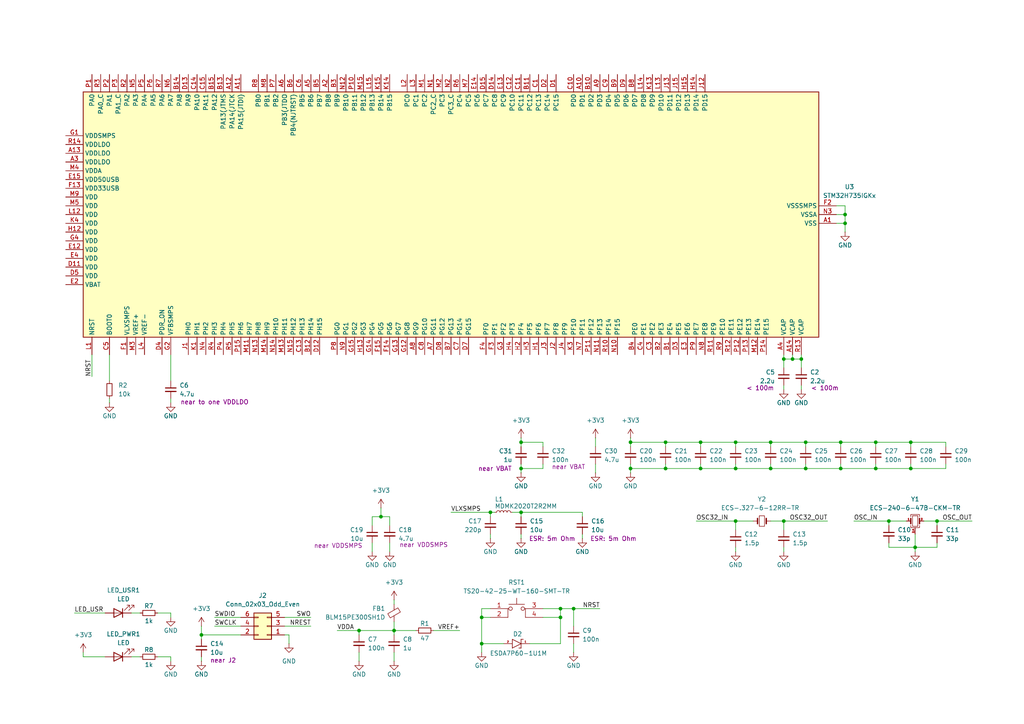
<source format=kicad_sch>
(kicad_sch (version 20231120) (generator "eeschema") (generator_version "8.0")
  (paper "A4")
  (lib_symbols
    (symbol "Connector_Generic:Conn_02x03_Odd_Even" (pin_names (offset 1.016) hide)
      (property "Reference" "J" (at 1.27 5.08 0))
      (property "Value" "Conn_02x03_Odd_Even" (at 1.27 -5.08 0))
      (symbol "Conn_02x03_Odd_Even_1_1"
        (pin passive line (at -5.08 2.54 0) (length 3.81) (name "Pin_1") (number "1"))
        (pin passive line (at 7.62 2.54 180) (length 3.81) (name "Pin_2") (number "2"))
        (pin passive line (at -5.08 0 0) (length 3.81) (name "Pin_3") (number "3"))
        (pin passive line (at 7.62 0 180) (length 3.81) (name "Pin_4") (number "4"))
        (pin passive line (at -5.08 -2.54 0) (length 3.81) (name "Pin_5") (number "5"))
        (pin passive line (at 7.62 -2.54 180) (length 3.81) (name "Pin_6") (number "6"))
      )
    )
    (symbol "Device:C_Small" (pin_numbers hide) (pin_names (offset 0.254) hide)
      (property "Reference" "C" (at 0.254 1.778 0))
      (property "Value" "C_Small" (at 0.254 -2.032 0))
      (symbol "C_Small_1_1"
        (pin passive line (at 0 2.54 270) (length 2.032) (name "~") (number "1"))
        (pin passive line (at 0 -2.54 90) (length 2.032) (name "~") (number "2"))
      )
    )
    (symbol "Device:Crystal_Small" (pin_numbers hide) (pin_names (offset 1.016) hide)
      (property "Reference" "Y" (at 0 2.54 0))
      (property "Value" "Crystal_Small" (at 0 -2.54 0))
      (symbol "Crystal_Small_1_1"
        (pin passive line (at -2.54 0 0) (length 1.27) (name "1") (number "1"))
        (pin passive line (at 2.54 0 180) (length 1.27) (name "2") (number "2"))
      )
    )
    (symbol "Device:FerriteBead_Small" (pin_numbers hide) (pin_names (offset 0))
      (property "Reference" "FB" (at 1.905 1.27 0))
      (property "Value" "FerriteBead_Small" (at 1.905 -1.27 0))
      (symbol "FerriteBead_Small_1_1"
        (pin passive line (at 0 2.54 270) (length 1.27) (name "~") (number "1"))
        (pin passive line (at 0 -2.54 90) (length 1.27) (name "~") (number "2"))
      )
    )
    (symbol "Device:LED" (pin_numbers hide) (pin_names (offset 1.016) hide)
      (property "Reference" "D" (at 0 2.54 0))
      (property "Value" "LED" (at 0 -2.54 0))
      (symbol "LED_1_1"
        (pin passive line (at -3.81 0 0) (length 2.54) (name "K") (number "1"))
        (pin passive line (at 3.81 0 180) (length 2.54) (name "A") (number "2"))
      )
    )
    (symbol "Device:L_Small" (pin_numbers hide) (pin_names (offset 0.254) hide)
      (property "Reference" "L" (at 0.762 1.016 0))
      (property "Value" "L_Small" (at 0.762 -1.016 0))
      (symbol "L_Small_1_1"
        (pin passive line (at 0 2.54 270) (length 0.508) (name "~") (number "1"))
        (pin passive line (at 0 -2.54 90) (length 0.508) (name "~") (number "2"))
      )
    )
    (symbol "Device:R_Small" (pin_numbers hide) (pin_names (offset 0.254) hide)
      (property "Reference" "R" (at 0.762 0.508 0))
      (property "Value" "R_Small" (at 0.762 -1.016 0))
      (symbol "R_Small_1_1"
        (pin passive line (at 0 2.54 270) (length 0.762) (name "~") (number "1"))
        (pin passive line (at 0 -2.54 90) (length 0.762) (name "~") (number "2"))
      )
    )
    (symbol "MCU_ST_STM32H7:STM32H735IGKx"
      (property "Reference" "U" (at -35.56 107.95 0))
      (property "Value" "STM32H735IGKx" (at 25.4 107.95 0))
      (symbol "STM32H735IGKx_1_1"
        (pin power_in line (at -2.54 -111.76 90) (length 5.08) (name "VSS") (number "A1"))
        (pin bidirectional line (at 40.64 -38.1 180) (length 5.08) (name "PD1") (number "A10"))
        (pin bidirectional line (at 40.64 60.96 180) (length 5.08) (name "PA15(JTDI)") (number "A11"))
        (pin bidirectional line (at 40.64 63.5 180) (length 5.08) (name "PA14(JTCK") (number "A12"))
        (pin power_in line (at 17.78 111.76 270) (length 5.08) (name "VDDLDO") (number "A13"))
        (pin power_out line (at -40.64 -99.06 0) (length 5.08) (name "VCAP") (number "A14"))
        (pin passive line (at -2.54 -111.76 90) (length 5.08) hide (name "VSS") (number "A15"))
        (pin bidirectional line (at 40.64 35.56 180) (length 5.08) (name "PB8") (number "A2"))
        (pin power_in line (at 15.24 111.76 270) (length 5.08) (name "VDDLDO") (number "A3"))
        (pin power_out line (at -40.64 -96.52 0) (length 5.08) (name "VCAP") (number "A4"))
        (pin bidirectional line (at 40.64 40.64 180) (length 5.08) (name "PB6") (number "A5"))
        (pin bidirectional line (at 40.64 48.26 180) (length 5.08) (name "PB3(JTDO") (number "A6"))
        (pin bidirectional line (at -40.64 5.08 0) (length 5.08) (name "PG11") (number "A7"))
        (pin bidirectional line (at -40.64 10.16 0) (length 5.08) (name "PG9") (number "A8"))
        (pin bidirectional line (at 40.64 -43.18 180) (length 5.08) (name "PD3") (number "A9"))
        (pin bidirectional line (at -40.64 -63.5 0) (length 5.08) (name "PE4") (number "B1"))
        (pin bidirectional line (at 40.64 -40.64 180) (length 5.08) (name "PD2") (number "B10"))
        (pin bidirectional line (at 40.64 -22.86 180) (length 5.08) (name "PC12") (number "B11"))
        (pin bidirectional line (at -40.64 40.64 0) (length 5.08) (name "PH14") (number "B12"))
        (pin bidirectional line (at 40.64 66.04 180) (length 5.08) (name "PA13(JTMS") (number "B13"))
        (pin bidirectional line (at 40.64 78.74 180) (length 5.08) (name "PA8") (number "B14"))
        (pin bidirectional line (at 40.64 68.58 180) (length 5.08) (name "PA12") (number "B15"))
        (pin bidirectional line (at -40.64 -60.96 0) (length 5.08) (name "PE3") (number "B2"))
        (pin bidirectional line (at 40.64 33.02 180) (length 5.08) (name "PB9") (number "B3"))
        (pin bidirectional line (at -40.64 -53.34 0) (length 5.08) (name "PE0") (number "B4"))
        (pin bidirectional line (at 40.64 38.1 180) (length 5.08) (name "PB7") (number "B5"))
        (pin bidirectional line (at 40.64 45.72 180) (length 5.08) (name "PB4(NJTRST)") (number "B6"))
        (pin bidirectional line (at -40.64 0 0) (length 5.08) (name "PG13") (number "B7"))
        (pin bidirectional line (at 40.64 -53.34 180) (length 5.08) (name "PD7") (number "B8"))
        (pin bidirectional line (at 40.64 -48.26 180) (length 5.08) (name "PD5") (number "B9"))
        (pin bidirectional line (at 40.64 -25.4 180) (length 5.08) (name "PC13") (number "C1"))
        (pin bidirectional line (at 40.64 -35.56 180) (length 5.08) (name "PD0") (number "C10"))
        (pin bidirectional line (at 40.64 -20.32 180) (length 5.08) (name "PC11") (number "C11"))
        (pin bidirectional line (at 40.64 -17.78 180) (length 5.08) (name "PC10") (number "C12"))
        (pin bidirectional line (at -40.64 43.18 0) (length 5.08) (name "PH13") (number "C13"))
        (pin bidirectional line (at 40.64 73.66 180) (length 5.08) (name "PA10") (number "C14"))
        (pin bidirectional line (at 40.64 71.12 180) (length 5.08) (name "PA11") (number "C15"))
        (pin passive line (at -2.54 -111.76 90) (length 5.08) hide (name "VSS") (number "C2"))
        (pin bidirectional line (at -40.64 -58.42 0) (length 5.08) (name "PE2") (number "C3"))
        (pin bidirectional line (at -40.64 -55.88 0) (length 5.08) (name "PE1") (number "C4"))
        (pin input line (at -40.64 99.06 0) (length 5.08) (name "BOOT0") (number "C5"))
        (pin bidirectional line (at 40.64 43.18 180) (length 5.08) (name "PB5") (number "C6"))
        (pin bidirectional line (at -40.64 -2.54 0) (length 5.08) (name "PG14") (number "C7"))
        (pin bidirectional line (at -40.64 7.62 0) (length 5.08) (name "PG10") (number "C8"))
        (pin bidirectional line (at 40.64 -45.72 180) (length 5.08) (name "PD4") (number "C9"))
        (pin bidirectional line (at 40.64 -30.48 180) (length 5.08) (name "PC15") (number "D1"))
        (pin passive line (at -2.54 -111.76 90) (length 5.08) hide (name "VSS") (number "D10"))
        (pin power_in line (at -15.24 111.76 270) (length 5.08) (name "VDD") (number "D11"))
        (pin bidirectional line (at -40.64 38.1 0) (length 5.08) (name "PH15") (number "D12"))
        (pin bidirectional line (at 40.64 76.2 180) (length 5.08) (name "PA9") (number "D13"))
        (pin bidirectional line (at 40.64 -12.7 180) (length 5.08) (name "PC8") (number "D14"))
        (pin bidirectional line (at 40.64 -10.16 180) (length 5.08) (name "PC7") (number "D15"))
        (pin bidirectional line (at 40.64 -27.94 180) (length 5.08) (name "PC14") (number "D2"))
        (pin bidirectional line (at -40.64 -66.04 0) (length 5.08) (name "PE5") (number "D3"))
        (pin input line (at -40.64 83.82 0) (length 5.08) (name "PDR_ON") (number "D4"))
        (pin power_in line (at -17.78 111.76 270) (length 5.08) (name "VDD") (number "D5"))
        (pin passive line (at -2.54 -111.76 90) (length 5.08) hide (name "VSS") (number "D6"))
        (pin bidirectional line (at -40.64 -5.08 0) (length 5.08) (name "PG15") (number "D7"))
        (pin bidirectional line (at -40.64 2.54 0) (length 5.08) (name "PG12") (number "D8"))
        (pin bidirectional line (at 40.64 -50.8 180) (length 5.08) (name "PD6") (number "D9"))
        (pin passive line (at -2.54 -111.76 90) (length 5.08) hide (name "VSS") (number "E1"))
        (pin power_in line (at -10.16 111.76 270) (length 5.08) (name "VDD") (number "E12"))
        (pin bidirectional line (at 40.64 -15.24 180) (length 5.08) (name "PC9") (number "E13"))
        (pin bidirectional line (at 40.64 -7.62 180) (length 5.08) (name "PC6") (number "E14"))
        (pin power_in line (at 10.16 111.76 270) (length 5.08) (name "VDD50USB") (number "E15"))
        (pin power_in line (at -20.32 111.76 270) (length 5.08) (name "VBAT") (number "E2"))
        (pin bidirectional line (at -40.64 -68.58 0) (length 5.08) (name "PE6") (number "E3"))
        (pin power_in line (at -12.7 111.76 270) (length 5.08) (name "VDD") (number "E4"))
        (pin power_in line (at -40.64 93.98 0) (length 5.08) (name "VLXSMPS") (number "F1"))
        (pin passive line (at -2.54 -111.76 90) (length 5.08) hide (name "VSS") (number "F10"))
        (pin passive line (at -2.54 -111.76 90) (length 5.08) hide (name "VSS") (number "F12"))
        (pin power_in line (at 7.62 111.76 270) (length 5.08) (name "VDD33USB") (number "F13"))
        (pin bidirectional line (at -40.64 17.78 0) (length 5.08) (name "PG6") (number "F14"))
        (pin bidirectional line (at -40.64 20.32 0) (length 5.08) (name "PG5") (number "F15"))
        (pin power_in line (at 2.54 -111.76 90) (length 5.08) (name "VSSSMPS") (number "F2"))
        (pin bidirectional line (at -40.64 -12.7 0) (length 5.08) (name "PF1") (number "F3"))
        (pin bidirectional line (at -40.64 -10.16 0) (length 5.08) (name "PF0") (number "F4"))
        (pin passive line (at -2.54 -111.76 90) (length 5.08) hide (name "VSS") (number "F6"))
        (pin passive line (at -2.54 -111.76 90) (length 5.08) hide (name "VSS") (number "F7"))
        (pin passive line (at -2.54 -111.76 90) (length 5.08) hide (name "VSS") (number "F8"))
        (pin passive line (at -2.54 -111.76 90) (length 5.08) hide (name "VSS") (number "F9"))
        (pin power_in line (at 22.86 111.76 270) (length 5.08) (name "VDDSMPS") (number "G1"))
        (pin passive line (at -2.54 -111.76 90) (length 5.08) hide (name "VSS") (number "G10"))
        (pin bidirectional line (at -40.64 12.7 0) (length 5.08) (name "PG8") (number "G12"))
        (pin bidirectional line (at -40.64 15.24 0) (length 5.08) (name "PG7") (number "G13"))
        (pin bidirectional line (at -40.64 22.86 0) (length 5.08) (name "PG4") (number "G14"))
        (pin bidirectional line (at -40.64 27.94 0) (length 5.08) (name "PG2") (number "G15"))
        (pin input line (at -40.64 81.28 0) (length 5.08) (name "VFBSMPS") (number "G2"))
        (pin bidirectional line (at -40.64 -15.24 0) (length 5.08) (name "PF2") (number "G3"))
        (pin power_in line (at -7.62 111.76 270) (length 5.08) (name "VDD") (number "G4"))
        (pin passive line (at -2.54 -111.76 90) (length 5.08) hide (name "VSS") (number "G6"))
        (pin passive line (at -2.54 -111.76 90) (length 5.08) hide (name "VSS") (number "G7"))
        (pin passive line (at -2.54 -111.76 90) (length 5.08) hide (name "VSS") (number "G8"))
        (pin passive line (at -2.54 -111.76 90) (length 5.08) hide (name "VSS") (number "G9"))
        (pin bidirectional line (at -40.64 -25.4 0) (length 5.08) (name "PF6") (number "H1"))
        (pin passive line (at -2.54 -111.76 90) (length 5.08) hide (name "VSS") (number "H10"))
        (pin power_in line (at -5.08 111.76 270) (length 5.08) (name "VDD") (number "H12"))
        (pin bidirectional line (at -40.64 25.4 0) (length 5.08) (name "PG3") (number "H13"))
        (pin bidirectional line (at 40.64 -71.12 180) (length 5.08) (name "PD14") (number "H14"))
        (pin bidirectional line (at 40.64 -68.58 180) (length 5.08) (name "PD13") (number "H15"))
        (pin bidirectional line (at -40.64 -20.32 0) (length 5.08) (name "PF4") (number "H2"))
        (pin bidirectional line (at -40.64 -22.86 0) (length 5.08) (name "PF5") (number "H3"))
        (pin bidirectional line (at -40.64 -17.78 0) (length 5.08) (name "PF3") (number "H4"))
        (pin passive line (at -2.54 -111.76 90) (length 5.08) hide (name "VSS") (number "H6"))
        (pin passive line (at -2.54 -111.76 90) (length 5.08) hide (name "VSS") (number "H7"))
        (pin passive line (at -2.54 -111.76 90) (length 5.08) hide (name "VSS") (number "H8"))
        (pin passive line (at -2.54 -111.76 90) (length 5.08) hide (name "VSS") (number "H9"))
        (pin bidirectional line (at -40.64 76.2 0) (length 5.08) (name "PH0") (number "J1"))
        (pin passive line (at -2.54 -111.76 90) (length 5.08) hide (name "VSS") (number "J10"))
        (pin bidirectional line (at 40.64 -73.66 180) (length 5.08) (name "PD15") (number "J12"))
        (pin bidirectional line (at 40.64 -63.5 180) (length 5.08) (name "PD11") (number "J13"))
        (pin passive line (at -2.54 -111.76 90) (length 5.08) hide (name "VSS") (number "J14"))
        (pin bidirectional line (at 40.64 -66.04 180) (length 5.08) (name "PD12") (number "J15"))
        (pin bidirectional line (at -40.64 -30.48 0) (length 5.08) (name "PF8") (number "J2"))
        (pin bidirectional line (at -40.64 -27.94 0) (length 5.08) (name "PF7") (number "J3"))
        (pin bidirectional line (at -40.64 -33.02 0) (length 5.08) (name "PF9") (number "J4"))
        (pin passive line (at -2.54 -111.76 90) (length 5.08) hide (name "VSS") (number "J6"))
        (pin passive line (at -2.54 -111.76 90) (length 5.08) hide (name "VSS") (number "J7"))
        (pin passive line (at -2.54 -111.76 90) (length 5.08) hide (name "VSS") (number "J8"))
        (pin passive line (at -2.54 -111.76 90) (length 5.08) hide (name "VSS") (number "J9"))
        (pin bidirectional line (at -40.64 73.66 0) (length 5.08) (name "PH1") (number "K1"))
        (pin passive line (at -2.54 -111.76 90) (length 5.08) hide (name "VSS") (number "K10"))
        (pin passive line (at -2.54 -111.76 90) (length 5.08) hide (name "VSS") (number "K12"))
        (pin bidirectional line (at 40.64 -58.42 180) (length 5.08) (name "PD9") (number "K13"))
        (pin bidirectional line (at 40.64 17.78 180) (length 5.08) (name "PB15") (number "K14"))
        (pin bidirectional line (at 40.64 20.32 180) (length 5.08) (name "PB14") (number "K15"))
        (pin passive line (at -2.54 -111.76 90) (length 5.08) hide (name "VSS") (number "K2"))
        (pin bidirectional line (at -40.64 -35.56 0) (length 5.08) (name "PF10") (number "K3"))
        (pin power_in line (at -2.54 111.76 270) (length 5.08) (name "VDD") (number "K4"))
        (pin passive line (at -2.54 -111.76 90) (length 5.08) hide (name "VSS") (number "K6"))
        (pin passive line (at -2.54 -111.76 90) (length 5.08) hide (name "VSS") (number "K7"))
        (pin passive line (at -2.54 -111.76 90) (length 5.08) hide (name "VSS") (number "K8"))
        (pin passive line (at -2.54 -111.76 90) (length 5.08) hide (name "VSS") (number "K9"))
        (pin input line (at -40.64 104.14 0) (length 5.08) (name "NRST") (number "L1"))
        (pin power_in line (at 0 111.76 270) (length 5.08) (name "VDD") (number "L12"))
        (pin bidirectional line (at 40.64 -60.96 180) (length 5.08) (name "PD10") (number "L13"))
        (pin bidirectional line (at 40.64 -55.88 180) (length 5.08) (name "PD8") (number "L14"))
        (pin bidirectional line (at 40.64 22.86 180) (length 5.08) (name "PB13") (number "L15"))
        (pin bidirectional line (at 40.64 12.7 180) (length 5.08) (name "PC0") (number "L2"))
        (pin bidirectional line (at 40.64 10.16 180) (length 5.08) (name "PC1") (number "L3"))
        (pin input line (at -40.64 88.9 0) (length 5.08) (name "VREF-") (number "L4"))
        (pin bidirectional line (at 40.64 7.62 180) (length 5.08) (name "PC2") (number "M1"))
        (pin passive line (at -2.54 -111.76 90) (length 5.08) hide (name "VSS") (number "M10"))
        (pin bidirectional line (at -40.64 58.42 0) (length 5.08) (name "PH7") (number "M11"))
        (pin bidirectional line (at -40.64 -88.9 0) (length 5.08) (name "PE14") (number "M12"))
        (pin bidirectional line (at -40.64 48.26 0) (length 5.08) (name "PH11") (number "M13"))
        (pin bidirectional line (at -40.64 53.34 0) (length 5.08) (name "PH9") (number "M14"))
        (pin bidirectional line (at 40.64 25.4 180) (length 5.08) (name "PB12") (number "M15"))
        (pin bidirectional line (at 40.64 2.54 180) (length 5.08) (name "PC3") (number "M2"))
        (pin input line (at -40.64 91.44 0) (length 5.08) (name "VREF+") (number "M3"))
        (pin power_in line (at 12.7 111.76 270) (length 5.08) (name "VDDA") (number "M4"))
        (pin power_in line (at 2.54 111.76 270) (length 5.08) (name "VDD") (number "M5"))
        (pin passive line (at -2.54 -111.76 90) (length 5.08) hide (name "VSS") (number "M6"))
        (pin bidirectional line (at 40.64 -5.08 180) (length 5.08) (name "PC5") (number "M7"))
        (pin bidirectional line (at 40.64 53.34 180) (length 5.08) (name "PB1") (number "M8"))
        (pin power_in line (at 5.08 111.76 270) (length 5.08) (name "VDD") (number "M9"))
        (pin bidirectional line (at 40.64 5.08 180) (length 5.08) (name "PC2_C") (number "N1"))
        (pin bidirectional line (at -40.64 -48.26 0) (length 5.08) (name "PF15") (number "N10"))
        (pin bidirectional line (at -40.64 -43.18 0) (length 5.08) (name "PF13") (number "N11"))
        (pin bidirectional line (at 40.64 30.48 180) (length 5.08) (name "PB10") (number "N12"))
        (pin bidirectional line (at -40.64 55.88 0) (length 5.08) (name "PH8") (number "N13"))
        (pin bidirectional line (at -40.64 50.8 0) (length 5.08) (name "PH10") (number "N14"))
        (pin bidirectional line (at -40.64 45.72 0) (length 5.08) (name "PH12") (number "N15"))
        (pin bidirectional line (at 40.64 0 180) (length 5.08) (name "PC3_C") (number "N2"))
        (pin power_in line (at 0 -111.76 90) (length 5.08) (name "VSSA") (number "N3"))
        (pin bidirectional line (at -40.64 71.12 0) (length 5.08) (name "PH2") (number "N4"))
        (pin bidirectional line (at 40.64 91.44 180) (length 5.08) (name "PA3") (number "N5"))
        (pin bidirectional line (at 40.64 81.28 180) (length 5.08) (name "PA7") (number "N6"))
        (pin bidirectional line (at -40.64 -38.1 0) (length 5.08) (name "PF11") (number "N7"))
        (pin bidirectional line (at -40.64 -73.66 0) (length 5.08) (name "PE8") (number "N8"))
        (pin bidirectional line (at -40.64 30.48 0) (length 5.08) (name "PG1") (number "N9"))
        (pin bidirectional line (at 40.64 104.14 180) (length 5.08) (name "PA0") (number "P1"))
        (pin bidirectional line (at 40.64 27.94 180) (length 5.08) (name "PB11") (number "P10"))
        (pin bidirectional line (at -40.64 -40.64 0) (length 5.08) (name "PF12") (number "P11"))
        (pin bidirectional line (at -40.64 -83.82 0) (length 5.08) (name "PE12") (number "P12"))
        (pin bidirectional line (at -40.64 -86.36 0) (length 5.08) (name "PE13") (number "P13"))
        (pin bidirectional line (at -40.64 -91.44 0) (length 5.08) (name "PE15") (number "P14"))
        (pin bidirectional line (at -40.64 60.96 0) (length 5.08) (name "PH6") (number "P15"))
        (pin bidirectional line (at 40.64 99.06 180) (length 5.08) (name "PA1") (number "P2"))
        (pin bidirectional line (at 40.64 96.52 180) (length 5.08) (name "PA1_C") (number "P3"))
        (pin bidirectional line (at -40.64 66.04 0) (length 5.08) (name "PH4") (number "P4"))
        (pin bidirectional line (at 40.64 88.9 180) (length 5.08) (name "PA4") (number "P5"))
        (pin bidirectional line (at 40.64 86.36 180) (length 5.08) (name "PA5") (number "P6"))
        (pin bidirectional line (at 40.64 50.8 180) (length 5.08) (name "PB2") (number "P7"))
        (pin bidirectional line (at -40.64 33.02 0) (length 5.08) (name "PG0") (number "P8"))
        (pin bidirectional line (at -40.64 -71.12 0) (length 5.08) (name "PE7") (number "P9"))
        (pin passive line (at -2.54 -111.76 90) (length 5.08) hide (name "VSS") (number "R1"))
        (pin bidirectional line (at -40.64 -45.72 0) (length 5.08) (name "PF14") (number "R10"))
        (pin bidirectional line (at -40.64 -76.2 0) (length 5.08) (name "PE9") (number "R11"))
        (pin bidirectional line (at -40.64 -81.28 0) (length 5.08) (name "PE11") (number "R12"))
        (pin power_out line (at -40.64 -101.6 0) (length 5.08) (name "VCAP") (number "R13"))
        (pin power_in line (at 20.32 111.76 270) (length 5.08) (name "VDDLDO") (number "R14"))
        (pin passive line (at -2.54 -111.76 90) (length 5.08) hide (name "VSS") (number "R15"))
        (pin bidirectional line (at 40.64 93.98 180) (length 5.08) (name "PA2") (number "R2"))
        (pin bidirectional line (at 40.64 101.6 180) (length 5.08) (name "PA0_C") (number "R3"))
        (pin bidirectional line (at -40.64 68.58 0) (length 5.08) (name "PH3") (number "R4"))
        (pin bidirectional line (at -40.64 63.5 0) (length 5.08) (name "PH5") (number "R5"))
        (pin bidirectional line (at 40.64 -2.54 180) (length 5.08) (name "PC4") (number "R6"))
        (pin bidirectional line (at 40.64 83.82 180) (length 5.08) (name "PA6") (number "R7"))
        (pin bidirectional line (at 40.64 55.88 180) (length 5.08) (name "PB0") (number "R8"))
        (pin bidirectional line (at -40.64 -78.74 0) (length 5.08) (name "PE10") (number "R9"))
      )
    )
    (symbol "extras:ECS-240-6-47B-CKM-TR" (pin_names (offset 0) hide)
      (property "Reference" "Y" (at 0 5.715 0))
      (property "Value" "ECS-240-6-47B-CKM-TR" (at 0 3.81 0))
      (symbol "ECS-240-6-47B-CKM-TR_1_1"
        (pin passive line (at -2.54 0 0) (length 1.27) (name "IN/OUT") (number "1"))
        (pin passive line (at 0 -3.81 90) (length 1.905) (name "GND") (number "2,4"))
        (pin passive line (at 2.54 0 180) (length 1.27) (name "OUT/IN") (number "3"))
      )
    )
    (symbol "extras:ESDA7P60-1U1M" (pin_names hide)
      (property "Reference" "D" (at 0 3.302 0))
      (property "Value" "ESDA7P60-1U1M" (at 0.254 -2.032 0))
      (symbol "ESDA7P60-1U1M_1_1"
        (pin passive line (at -2.54 0 0) (length 2.54) (name "K") (number "1"))
        (pin passive line (at 5.08 0 180) (length 2.54) (name "A") (number "2"))
      )
    )
    (symbol "extras:TS20-42-25-WT-160-SMT-TR"
      (property "Reference" "S" (at -7.874 8.89 0))
      (property "Value" "TS20-42-25-WT-160-SMT-TR" (at -7.874 6.604 0))
      (symbol "TS20-42-25-WT-160-SMT-TR_1_1"
        (pin passive line (at 0 1.27 0) (length 5.08) (name "NO_1") (number "1"))
        (pin passive line (at 0 -1.27 0) (length 5.08) (name "NO_2") (number "2"))
        (pin passive line (at 15.24 1.27 180) (length 5.08) (name "COM_1") (number "3"))
        (pin passive line (at 15.24 -1.27 180) (length 5.08) (name "COM_2") (number "4"))
      )
    )
    (symbol "power:+3V3" (power) (pin_numbers hide) (pin_names (offset 0) hide)
      (property "Value" "+3V3" (at 0 3.556 0))
      (symbol "+3V3_1_1"
        (pin power_in line (at 0 0 90) (length 0) (name "~") (number "1"))
      )
    )
    (symbol "power:GND" (power) (pin_numbers hide) (pin_names (offset 0) hide)
      (property "Value" "GND" (at 0 -3.81 0))
      (symbol "GND_1_1"
        (pin power_in line (at 0 0 270) (length 0) (name "~") (number "1"))
      )
    )
  )
  (junction (at 58.42 184.15))
  (junction (at 254 135.89))
  (junction (at 213.36 128.27))
  (junction (at 257.81 151.13))
  (junction (at 245.11 64.77))
  (junction (at 271.78 151.13))
  (junction (at 213.36 135.89))
  (junction (at 264.16 135.89))
  (junction (at 245.11 62.23))
  (junction (at 193.04 128.27))
  (junction (at 243.84 128.27))
  (junction (at 142.24 148.59))
  (junction (at 232.41 104.14))
  (junction (at 193.04 135.89))
  (junction (at 254 128.27))
  (junction (at 110.49 149.86))
  (junction (at 264.16 128.27))
  (junction (at 203.2 128.27))
  (junction (at 233.68 135.89))
  (junction (at 223.52 128.27))
  (junction (at 182.88 128.27))
  (junction (at 162.56 179.07))
  (junction (at 233.68 128.27))
  (junction (at 151.13 148.59))
  (junction (at 223.52 135.89))
  (junction (at 114.3 182.88))
  (junction (at 229.87 104.14))
  (junction (at 139.7 179.07))
  (junction (at 151.13 135.89))
  (junction (at 151.13 128.27))
  (junction (at 166.37 176.53))
  (junction (at 139.7 186.69))
  (junction (at 203.2 135.89))
  (junction (at 243.84 135.89))
  (junction (at 227.33 151.13))
  (junction (at 182.88 135.89))
  (junction (at 265.43 158.75))
  (junction (at 104.14 182.88))
  (junction (at 213.36 151.13))
  (junction (at 162.56 176.53))
  (junction (at 227.33 104.14))
  (wire (pts (xy 58.42 184.15) (xy 69.85 184.15)))
  (wire (pts (xy 274.32 134.62) (xy 274.32 135.89)))
  (wire (pts (xy 45.72 177.8) (xy 49.53 177.8)))
  (wire (pts (xy 58.42 181.61) (xy 58.42 184.15)))
  (wire (pts (xy 142.24 148.59) (xy 143.51 148.59)))
  (wire (pts (xy 151.13 154.94) (xy 151.13 156.21)))
  (wire (pts (xy 139.7 179.07) (xy 139.7 186.69)))
  (wire (pts (xy 107.95 157.48) (xy 107.95 160.02)))
  (wire (pts (xy 233.68 134.62) (xy 233.68 135.89)))
  (wire (pts (xy 151.13 128.27) (xy 157.48 128.27)))
  (wire (pts (xy 218.44 151.13) (xy 213.36 151.13)))
  (wire (pts (xy 104.14 182.88) (xy 114.3 182.88)))
  (wire (pts (xy 213.36 128.27) (xy 203.2 128.27)))
  (wire (pts (xy 227.33 158.75) (xy 227.33 160.02)))
  (wire (pts (xy 151.13 135.89) (xy 151.13 137.16)))
  (wire (pts (xy 223.52 128.27) (xy 213.36 128.27)))
  (wire (pts (xy 162.56 176.53) (xy 162.56 179.07)))
  (wire (pts (xy 264.16 135.89) (xy 274.32 135.89)))
  (wire (pts (xy 139.7 179.07) (xy 142.24 179.07)))
  (wire (pts (xy 162.56 176.53) (xy 166.37 176.53)))
  (wire (pts (xy 168.91 148.59) (xy 151.13 148.59)))
  (wire (pts (xy 254 128.27) (xy 243.84 128.27)))
  (wire (pts (xy 223.52 135.89) (xy 233.68 135.89)))
  (wire (pts (xy 223.52 151.13) (xy 227.33 151.13)))
  (wire (pts (xy 264.16 128.27) (xy 254 128.27)))
  (wire (pts (xy 203.2 134.62) (xy 203.2 135.89)))
  (wire (pts (xy 203.2 128.27) (xy 193.04 128.27)))
  (wire (pts (xy 58.42 190.5) (xy 58.42 191.77)))
  (wire (pts (xy 243.84 128.27) (xy 233.68 128.27)))
  (wire (pts (xy 271.78 158.75) (xy 271.78 157.48)))
  (wire (pts (xy 213.36 134.62) (xy 213.36 135.89)))
  (wire (pts (xy 114.3 173.99) (xy 114.3 175.26)))
  (wire (pts (xy 245.11 59.69) (xy 245.11 62.23)))
  (wire (pts (xy 243.84 135.89) (xy 254 135.89)))
  (wire (pts (xy 62.23 181.61) (xy 69.85 181.61)))
  (wire (pts (xy 172.72 127) (xy 172.72 129.54)))
  (wire (pts (xy 245.11 64.77) (xy 245.11 67.31)))
  (wire (pts (xy 240.03 151.13) (xy 227.33 151.13)))
  (wire (pts (xy 82.55 184.15) (xy 83.82 184.15)))
  (wire (pts (xy 213.36 135.89) (xy 223.52 135.89)))
  (wire (pts (xy 193.04 134.62) (xy 193.04 135.89)))
  (wire (pts (xy 49.53 190.5) (xy 49.53 191.77)))
  (wire (pts (xy 182.88 127) (xy 182.88 128.27)))
  (wire (pts (xy 201.93 151.13) (xy 213.36 151.13)))
  (wire (pts (xy 274.32 128.27) (xy 264.16 128.27)))
  (wire (pts (xy 271.78 151.13) (xy 271.78 152.4)))
  (wire (pts (xy 265.43 158.75) (xy 265.43 160.02)))
  (wire (pts (xy 274.32 129.54) (xy 274.32 128.27)))
  (wire (pts (xy 151.13 128.27) (xy 151.13 129.54)))
  (wire (pts (xy 182.88 135.89) (xy 193.04 135.89)))
  (wire (pts (xy 193.04 135.89) (xy 203.2 135.89)))
  (wire (pts (xy 233.68 128.27) (xy 233.68 129.54)))
  (wire (pts (xy 166.37 176.53) (xy 166.37 181.61)))
  (wire (pts (xy 254 134.62) (xy 254 135.89)))
  (wire (pts (xy 227.33 102.87) (xy 227.33 104.14)))
  (wire (pts (xy 257.81 152.4) (xy 257.81 151.13)))
  (wire (pts (xy 227.33 111.76) (xy 227.33 113.03)))
  (wire (pts (xy 139.7 186.69) (xy 139.7 189.23)))
  (wire (pts (xy 254 135.89) (xy 264.16 135.89)))
  (wire (pts (xy 213.36 158.75) (xy 213.36 160.02)))
  (wire (pts (xy 142.24 154.94) (xy 142.24 156.21)))
  (wire (pts (xy 242.57 59.69) (xy 245.11 59.69)))
  (wire (pts (xy 193.04 128.27) (xy 193.04 129.54)))
  (wire (pts (xy 157.48 129.54) (xy 157.48 128.27)))
  (wire (pts (xy 182.88 135.89) (xy 182.88 137.16)))
  (wire (pts (xy 265.43 158.75) (xy 271.78 158.75)))
  (wire (pts (xy 142.24 176.53) (xy 139.7 176.53)))
  (wire (pts (xy 242.57 62.23) (xy 245.11 62.23)))
  (wire (pts (xy 247.65 151.13) (xy 257.81 151.13)))
  (wire (pts (xy 166.37 186.69) (xy 166.37 189.23)))
  (wire (pts (xy 113.03 149.86) (xy 113.03 152.4)))
  (wire (pts (xy 31.75 102.87) (xy 31.75 110.49)))
  (wire (pts (xy 45.72 190.5) (xy 49.53 190.5)))
  (wire (pts (xy 110.49 149.86) (xy 113.03 149.86)))
  (wire (pts (xy 232.41 104.14) (xy 232.41 106.68)))
  (wire (pts (xy 151.13 148.59) (xy 151.13 149.86)))
  (wire (pts (xy 157.48 176.53) (xy 162.56 176.53)))
  (wire (pts (xy 264.16 128.27) (xy 264.16 129.54)))
  (wire (pts (xy 157.48 134.62) (xy 157.48 135.89)))
  (wire (pts (xy 233.68 135.89) (xy 243.84 135.89)))
  (wire (pts (xy 82.55 179.07) (xy 90.17 179.07)))
  (wire (pts (xy 107.95 149.86) (xy 107.95 152.4)))
  (wire (pts (xy 31.75 115.57) (xy 31.75 116.84)))
  (wire (pts (xy 49.53 177.8) (xy 49.53 179.07)))
  (wire (pts (xy 157.48 135.89) (xy 151.13 135.89)))
  (wire (pts (xy 110.49 147.32) (xy 110.49 149.86)))
  (wire (pts (xy 182.88 134.62) (xy 182.88 135.89)))
  (wire (pts (xy 232.41 104.14) (xy 232.41 102.87)))
  (wire (pts (xy 151.13 127) (xy 151.13 128.27)))
  (wire (pts (xy 24.13 190.5) (xy 30.48 190.5)))
  (wire (pts (xy 49.53 102.87) (xy 49.53 110.49)))
  (wire (pts (xy 38.1 190.5) (xy 40.64 190.5)))
  (wire (pts (xy 265.43 154.94) (xy 265.43 158.75)))
  (wire (pts (xy 281.94 151.13) (xy 271.78 151.13)))
  (wire (pts (xy 125.73 182.88) (xy 133.35 182.88)))
  (wire (pts (xy 213.36 151.13) (xy 213.36 153.67)))
  (wire (pts (xy 168.91 154.94) (xy 168.91 156.21)))
  (wire (pts (xy 58.42 184.15) (xy 58.42 185.42)))
  (wire (pts (xy 151.13 134.62) (xy 151.13 135.89)))
  (wire (pts (xy 254 128.27) (xy 254 129.54)))
  (wire (pts (xy 139.7 186.69) (xy 146.05 186.69)))
  (wire (pts (xy 257.81 151.13) (xy 262.89 151.13)))
  (wire (pts (xy 113.03 157.48) (xy 113.03 160.02)))
  (wire (pts (xy 104.14 189.23) (xy 104.14 191.77)))
  (wire (pts (xy 168.91 149.86) (xy 168.91 148.59)))
  (wire (pts (xy 227.33 104.14) (xy 227.33 106.68)))
  (wire (pts (xy 142.24 148.59) (xy 142.24 149.86)))
  (wire (pts (xy 213.36 128.27) (xy 213.36 129.54)))
  (wire (pts (xy 114.3 182.88) (xy 114.3 184.15)))
  (wire (pts (xy 114.3 189.23) (xy 114.3 191.77)))
  (wire (pts (xy 243.84 128.27) (xy 243.84 129.54)))
  (wire (pts (xy 104.14 184.15) (xy 104.14 182.88)))
  (wire (pts (xy 24.13 189.23) (xy 24.13 190.5)))
  (wire (pts (xy 264.16 134.62) (xy 264.16 135.89)))
  (wire (pts (xy 130.81 148.59) (xy 142.24 148.59)))
  (wire (pts (xy 232.41 111.76) (xy 232.41 113.03)))
  (wire (pts (xy 223.52 128.27) (xy 223.52 129.54)))
  (wire (pts (xy 62.23 179.07) (xy 69.85 179.07)))
  (wire (pts (xy 21.59 177.8) (xy 30.48 177.8)))
  (wire (pts (xy 151.13 148.59) (xy 148.59 148.59)))
  (wire (pts (xy 162.56 186.69) (xy 162.56 179.07)))
  (wire (pts (xy 172.72 134.62) (xy 172.72 137.16)))
  (wire (pts (xy 139.7 176.53) (xy 139.7 179.07)))
  (wire (pts (xy 182.88 128.27) (xy 182.88 129.54)))
  (wire (pts (xy 245.11 62.23) (xy 245.11 64.77)))
  (wire (pts (xy 229.87 104.14) (xy 229.87 102.87)))
  (wire (pts (xy 265.43 158.75) (xy 257.81 158.75)))
  (wire (pts (xy 83.82 186.69) (xy 83.82 184.15)))
  (wire (pts (xy 82.55 181.61) (xy 90.17 181.61)))
  (wire (pts (xy 157.48 179.07) (xy 162.56 179.07)))
  (wire (pts (xy 38.1 177.8) (xy 40.64 177.8)))
  (wire (pts (xy 223.52 134.62) (xy 223.52 135.89)))
  (wire (pts (xy 114.3 180.34) (xy 114.3 182.88)))
  (wire (pts (xy 233.68 128.27) (xy 223.52 128.27)))
  (wire (pts (xy 227.33 104.14) (xy 229.87 104.14)))
  (wire (pts (xy 49.53 115.57) (xy 49.53 116.84)))
  (wire (pts (xy 227.33 153.67) (xy 227.33 151.13)))
  (wire (pts (xy 267.97 151.13) (xy 271.78 151.13)))
  (wire (pts (xy 153.67 186.69) (xy 162.56 186.69)))
  (wire (pts (xy 203.2 135.89) (xy 213.36 135.89)))
  (wire (pts (xy 243.84 134.62) (xy 243.84 135.89)))
  (wire (pts (xy 242.57 64.77) (xy 245.11 64.77)))
  (wire (pts (xy 107.95 149.86) (xy 110.49 149.86)))
  (wire (pts (xy 114.3 182.88) (xy 120.65 182.88)))
  (wire (pts (xy 97.79 182.88) (xy 104.14 182.88)))
  (wire (pts (xy 203.2 128.27) (xy 203.2 129.54)))
  (wire (pts (xy 229.87 104.14) (xy 232.41 104.14)))
  (wire (pts (xy 257.81 158.75) (xy 257.81 157.48)))
  (wire (pts (xy 166.37 176.53) (xy 173.99 176.53)))
  (wire (pts (xy 193.04 128.27) (xy 182.88 128.27)))
  (wire (pts (xy 26.67 109.22) (xy 26.67 102.87)))
  (label "NRST" (at 173.99 176.53 180))
  (label "VLXSMPS" (at 130.81 148.59 0))
  (label "SWDIO" (at 62.23 179.07 0))
  (label "NRST" (at 26.67 109.22 90))
  (label "LED_USR" (at 21.59 177.8 0))
  (label "SWCLK" (at 62.23 181.61 0))
  (label "OSC32_IN" (at 201.93 151.13 0))
  (label "VREF+" (at 133.35 182.88 180))
  (label "OSC32_OUT" (at 240.03 151.13 180))
  (label "SWO" (at 90.17 179.07 180))
  (label "VDDA" (at 97.79 182.88 0))
  (label "OSC_IN" (at 247.65 151.13 0))
  (label "OSC_OUT" (at 281.94 151.13 180))
  (label "NREST" (at 90.17 181.61 180))
  (symbol (lib_id "power:GND") (at 151.13 156.21 0) (unit 1)
    (property "Reference" "#PWR044" (effects (hide yes)))
    (property "Value" "GND" (at 151.13 160.02 0))
    (property "Description" "Power symbol creates a global label with name \"GND\" , ground" (effects (hide yes)))
  )
  (symbol (lib_id "Device:C_Small") (at 227.33 109.22 0) (mirror y) (unit 1)
    (property "Reference" "C5" (at 224.79 107.9562 0) (effects (justify left)))
    (property "Value" "2.2u" (at 224.79 110.4962 0) (effects (justify left)))
    (property "Footprint" "Capacitor_SMD:C_0402_1005Metric" (effects (hide yes)))
    (property "Description" "Unpolarized capacitor, small symbol" (effects (hide yes)))
    (property "ESR" "< 100m" (at 224.536 112.522 0) (effects (justify left)))
  )
  (symbol (lib_id "Device:Crystal_Small") (at 220.98 151.13 0) (unit 1)
    (property "Reference" "Y2" (at 220.98 144.78 0))
    (property "Value" "ECS-.327-6-12RR-TR " (at 220.98 147.32 0))
    (property "Footprint" "Crystal:Crystal_SMD_2012-2Pin_2.0x1.2mm" (effects (hide yes)))
    (property "Description" "Two pin crystal, small symbol" (effects (hide yes)))
    (property "Mouser Part Number" "ECS-.327-6-12RR-TR " (effects (hide yes)))
  )
  (symbol (lib_id "power:GND") (at 49.53 179.07 0) (unit 1)
    (property "Reference" "#PWR012" (effects (hide yes)))
    (property "Value" "GND" (at 49.53 182.88 0))
    (property "Description" "Power symbol creates a global label with name \"GND\" , ground" (effects (hide yes)))
  )
  (symbol (lib_id "power:GND") (at 245.11 67.31 0) (unit 1)
    (property "Reference" "#PWR01" (effects (hide yes)))
    (property "Value" "GND" (at 245.11 71.12 0))
    (property "Description" "Power symbol creates a global label with name \"GND\" , ground" (effects (hide yes)))
  )
  (symbol (lib_id "Device:LED") (at 34.29 190.5 180) (unit 1)
    (property "Reference" "LED_PWR1" (at 35.814 183.896 0))
    (property "Value" "LED" (at 35.814 186.436 0))
    (property "Footprint" "LED_SMD:LED_0603_1608Metric" (effects (hide yes)))
    (property "Description" "Light emitting diode" (effects (hide yes)))
  )
  (symbol (lib_id "power:GND") (at 265.43 160.02 0) (unit 1)
    (property "Reference" "#PWR015" (effects (hide yes)))
    (property "Value" "GND" (at 265.43 163.83 0))
    (property "Description" "Power symbol creates a global label with name \"GND\" , ground" (effects (hide yes)))
  )
  (symbol (lib_id "Device:C_Small") (at 157.48 132.08 0) (unit 1)
    (property "Reference" "C32" (at 160.02 130.8162 0) (effects (justify left)))
    (property "Value" "100n" (at 160.02 133.3562 0) (effects (justify left)))
    (property "Footprint" "Capacitor_SMD:C_0402_1005Metric" (effects (hide yes)))
    (property "Description" "Unpolarized capacitor, small symbol" (effects (hide yes)))
    (property "note" "near VBAT" (at 160.02 135.382 0) (effects (justify left)))
  )
  (symbol (lib_id "Device:C_Small") (at 182.88 132.08 0) (unit 1)
    (property "Reference" "C20" (at 185.42 130.8162 0) (effects (justify left)))
    (property "Value" "100n" (at 185.42 133.3562 0) (effects (justify left)))
    (property "Footprint" "Capacitor_SMD:C_0402_1005Metric" (effects (hide yes)))
    (property "Description" "Unpolarized capacitor, small symbol" (effects (hide yes)))
  )
  (symbol (lib_id "Device:C_Small") (at 254 132.08 0) (unit 1)
    (property "Reference" "C27" (at 256.54 130.8162 0) (effects (justify left)))
    (property "Value" "100n" (at 256.54 133.3562 0) (effects (justify left)))
    (property "Footprint" "Capacitor_SMD:C_0402_1005Metric" (effects (hide yes)))
    (property "Description" "Unpolarized capacitor, small symbol" (effects (hide yes)))
  )
  (symbol (lib_id "power:+3V3") (at 58.42 181.61 0) (unit 1)
    (property "Reference" "#PWR042" (effects (hide yes)))
    (property "Value" "+3V3" (at 58.42 176.53 0))
    (property "Description" "Power symbol creates a global label with name \"+3V3\"" (effects (hide yes)))
  )
  (symbol (lib_id "power:GND") (at 139.7 189.23 0) (unit 1)
    (property "Reference" "#PWR011" (effects (hide yes)))
    (property "Value" "GND" (at 139.7 193.04 0))
    (property "Description" "Power symbol creates a global label with name \"GND\" , ground" (effects (hide yes)))
  )
  (symbol (lib_id "Device:C_Small") (at 223.52 132.08 0) (unit 1)
    (property "Reference" "C24" (at 226.06 130.8162 0) (effects (justify left)))
    (property "Value" "100n" (at 226.06 133.3562 0) (effects (justify left)))
    (property "Footprint" "Capacitor_SMD:C_0402_1005Metric" (effects (hide yes)))
    (property "Description" "Unpolarized capacitor, small symbol" (effects (hide yes)))
  )
  (symbol (lib_id "Device:C_Small") (at 213.36 132.08 0) (unit 1)
    (property "Reference" "C23" (at 215.9 130.8162 0) (effects (justify left)))
    (property "Value" "100n" (at 215.9 133.3562 0) (effects (justify left)))
    (property "Footprint" "Capacitor_SMD:C_0402_1005Metric" (effects (hide yes)))
    (property "Description" "Unpolarized capacitor, small symbol" (effects (hide yes)))
  )
  (symbol (lib_id "Device:C_Small") (at 107.95 154.94 0) (mirror y) (unit 1)
    (property "Reference" "C19" (at 105.41 153.6762 0) (effects (justify left)))
    (property "Value" "10u" (at 105.41 156.2162 0) (effects (justify left)))
    (property "Footprint" "Capacitor_SMD:C_0402_1005Metric" (effects (hide yes)))
    (property "Description" "Unpolarized capacitor, small symbol" (effects (hide yes)))
    (property "note" "near VDDSMPS" (at 105.156 158.242 0) (effects (justify left)))
  )
  (symbol (lib_id "Device:C_Small") (at 168.91 152.4 0) (unit 1)
    (property "Reference" "C16" (at 171.45 151.1362 0) (effects (justify left)))
    (property "Value" "10u" (at 171.45 153.6762 0) (effects (justify left)))
    (property "Footprint" "Capacitor_SMD:C_0603_1608Metric" (effects (hide yes)))
    (property "Description" "Unpolarized capacitor, small symbol" (effects (hide yes)))
    (property "ESR" "5m Ohm" (at 171.196 156.21 0) (show_name yes) (effects (justify left)))
  )
  (symbol (lib_id "Connector_Generic:Conn_02x03_Odd_Even") (at 77.47 181.61 180) (unit 1)
    (property "Reference" "J2" (at 76.2 172.72 0))
    (property "Value" "Conn_02x03_Odd_Even" (at 76.2 175.26 0))
    (property "Footprint" "Connector_PinHeader_2.00mm:PinHeader_2x03_P2.00mm_Vertical" (effects (hide yes)))
    (property "Description" "Generic connector, double row, 02x03, odd/even pin numbering scheme (row 1 odd numbers, row 2 even numbers), script generated (kicad-library-utils/schlib/autogen/connector/)" (effects (hide yes)))
  )
  (symbol (lib_id "power:GND") (at 172.72 137.16 0) (unit 1)
    (property "Reference" "#PWR052" (effects (hide yes)))
    (property "Value" "GND" (at 172.72 140.97 0))
    (property "Description" "Power symbol creates a global label with name \"GND\" , ground" (effects (hide yes)))
  )
  (symbol (lib_id "Device:R_Small") (at 43.18 177.8 90) (unit 1)
    (property "Reference" "R7" (at 43.18 175.768 90))
    (property "Value" "1k" (at 43.18 180.086 90))
    (property "Footprint" "Resistor_SMD:R_0402_1005Metric" (effects (hide yes)))
    (property "Description" "Resistor, small symbol" (effects (hide yes)))
  )
  (symbol (lib_id "Device:R_Small") (at 31.75 113.03 0) (unit 1)
    (property "Reference" "R2" (at 34.29 111.7599 0) (effects (justify left)))
    (property "Value" "10k" (at 34.29 114.2999 0) (effects (justify left)))
    (property "Footprint" "Resistor_SMD:R_0402_1005Metric" (effects (hide yes)))
    (property "Description" "Resistor, small symbol" (effects (hide yes)))
  )
  (symbol (lib_id "power:GND") (at 58.42 191.77 0) (unit 1)
    (property "Reference" "#PWR041" (effects (hide yes)))
    (property "Value" "GND" (at 58.42 195.58 0))
    (property "Description" "Power symbol creates a global label with name \"GND\" , ground" (effects (hide yes)))
  )
  (symbol (lib_id "power:GND") (at 113.03 160.02 0) (unit 1)
    (property "Reference" "#PWR048" (effects (hide yes)))
    (property "Value" "GND" (at 113.03 163.83 0))
    (property "Description" "Power symbol creates a global label with name \"GND\" , ground" (effects (hide yes)))
  )
  (symbol (lib_id "power:GND") (at 151.13 137.16 0) (unit 1)
    (property "Reference" "#PWR054" (effects (hide yes)))
    (property "Value" "GND" (at 151.13 140.97 0))
    (property "Description" "Power symbol creates a global label with name \"GND\" , ground" (effects (hide yes)))
  )
  (symbol (lib_id "Device:C_Small") (at 113.03 154.94 0) (unit 1)
    (property "Reference" "C18" (at 115.57 153.6762 0) (effects (justify left)))
    (property "Value" "4.7u" (at 115.57 156.2162 0) (effects (justify left)))
    (property "Footprint" "Capacitor_SMD:C_0402_1005Metric" (effects (hide yes)))
    (property "Description" "Unpolarized capacitor, small symbol" (effects (hide yes)))
    (property "note" "near VDDSMPS" (at 115.824 157.988 0) (effects (justify left)))
  )
  (symbol (lib_id "Device:C_Small") (at 257.81 154.94 0) (unit 1)
    (property "Reference" "C10" (at 260.35 153.6762 0) (effects (justify left)))
    (property "Value" "33p" (at 260.35 156.2162 0) (effects (justify left)))
    (property "Footprint" "Capacitor_SMD:C_0402_1005Metric" (effects (hide yes)))
    (property "Description" "Unpolarized capacitor, small symbol" (effects (hide yes)))
  )
  (symbol (lib_id "power:GND") (at 142.24 156.21 0) (unit 1)
    (property "Reference" "#PWR045" (effects (hide yes)))
    (property "Value" "GND" (at 142.24 160.02 0))
    (property "Description" "Power symbol creates a global label with name \"GND\" , ground" (effects (hide yes)))
  )
  (symbol (lib_id "power:GND") (at 227.33 160.02 0) (unit 1)
    (property "Reference" "#PWR016" (effects (hide yes)))
    (property "Value" "GND" (at 227.33 163.83 0))
    (property "Description" "Power symbol creates a global label with name \"GND\" , ground" (effects (hide yes)))
  )
  (symbol (lib_id "MCU_ST_STM32H7:STM32H735IGKx") (at 130.81 62.23 90) (unit 1)
    (property "Reference" "U3" (at 246.38 54.1938 90))
    (property "Value" "STM32H735IGKx" (at 246.38 56.7338 90))
    (property "Footprint" "Package_BGA:UFBGA-201_10x10mm_Layout15x15_P0.65mm" (effects (hide yes)))
    (property "Datasheet" "https://www.st.com/resource/en/datasheet/stm32h735ig.pdf" (effects (hide yes)))
    (property "Description" "STMicroelectronics Arm Cortex-M7 MCU, 1024KB flash, 564KB RAM, 550 MHz, 1.62-3.6V, 132 GPIO, UFBGA176" (effects (hide yes)))
  )
  (symbol (lib_id "power:+3V3") (at 151.13 127 0) (unit 1)
    (property "Reference" "#PWR053" (effects (hide yes)))
    (property "Value" "+3V3" (at 151.13 121.92 0))
    (property "Description" "Power symbol creates a global label with name \"+3V3\"" (effects (hide yes)))
  )
  (symbol (lib_id "power:GND") (at 107.95 160.02 0) (unit 1)
    (property "Reference" "#PWR047" (effects (hide yes)))
    (property "Value" "GND" (at 107.95 163.83 0))
    (property "Description" "Power symbol creates a global label with name \"GND\" , ground" (effects (hide yes)))
  )
  (symbol (lib_id "power:GND") (at 104.14 191.77 0) (unit 1)
    (property "Reference" "#PWR07" (effects (hide yes)))
    (property "Value" "GND" (at 104.14 195.58 0))
    (property "Description" "Power symbol creates a global label with name \"GND\" , ground" (effects (hide yes)))
  )
  (symbol (lib_id "power:+3V3") (at 110.49 147.32 0) (unit 1)
    (property "Reference" "#PWR046" (effects (hide yes)))
    (property "Value" "+3V3" (at 110.49 142.24 0))
    (property "Description" "Power symbol creates a global label with name \"+3V3\"" (effects (hide yes)))
  )
  (symbol (lib_id "Device:FerriteBead_Small") (at 114.3 177.8 0) (mirror y) (unit 1)
    (property "Reference" "FB1" (at 111.76 176.4918 0) (effects (justify left)))
    (property "Value" "BLM15PE300SH1D" (at 111.76 179.0318 0) (effects (justify left)))
    (property "Footprint" "Inductor_SMD:L_0402_1005Metric" (effects (hide yes)))
    (property "Description" "Ferrite bead, small symbol" (effects (hide yes)))
  )
  (symbol (lib_id "Device:C_Small") (at 58.42 187.96 0) (unit 1)
    (property "Reference" "C14" (at 60.96 186.6962 0) (effects (justify left)))
    (property "Value" "10u" (at 60.96 189.2362 0) (effects (justify left)))
    (property "Footprint" "Capacitor_SMD:C_0402_1005Metric" (effects (hide yes)))
    (property "Description" "Unpolarized capacitor, small symbol" (effects (hide yes)))
    (property "note" "near J2" (at 60.96 191.516 0) (effects (justify left)))
  )
  (symbol (lib_id "power:GND") (at 166.37 189.23 0) (unit 1)
    (property "Reference" "#PWR010" (effects (hide yes)))
    (property "Value" "GND" (at 166.37 193.04 0))
    (property "Description" "Power symbol creates a global label with name \"GND\" , ground" (effects (hide yes)))
  )
  (symbol (lib_id "power:GND") (at 168.91 156.21 0) (unit 1)
    (property "Reference" "#PWR043" (effects (hide yes)))
    (property "Value" "GND" (at 168.91 160.02 0))
    (property "Description" "Power symbol creates a global label with name \"GND\" , ground" (effects (hide yes)))
  )
  (symbol (lib_id "power:GND") (at 31.75 116.84 0) (unit 1)
    (property "Reference" "#PWR09" (effects (hide yes)))
    (property "Value" "GND" (at 31.75 120.65 0))
    (property "Description" "Power symbol creates a global label with name \"GND\" , ground" (effects (hide yes)))
  )
  (symbol (lib_id "Device:C_Small") (at 264.16 132.08 0) (unit 1)
    (property "Reference" "C28" (at 266.7 130.8162 0) (effects (justify left)))
    (property "Value" "100n" (at 266.7 133.3562 0) (effects (justify left)))
    (property "Footprint" "Capacitor_SMD:C_0402_1005Metric" (effects (hide yes)))
    (property "Description" "Unpolarized capacitor, small symbol" (effects (hide yes)))
  )
  (symbol (lib_id "Device:C_Small") (at 213.36 156.21 0) (unit 1)
    (property "Reference" "C12" (at 215.9 154.9462 0) (effects (justify left)))
    (property "Value" "1.5p" (at 215.9 157.4862 0) (effects (justify left)))
    (property "Footprint" "Capacitor_SMD:C_0402_1005Metric" (effects (hide yes)))
    (property "Description" "Unpolarized capacitor, small symbol" (effects (hide yes)))
  )
  (symbol (lib_id "Device:LED") (at 34.29 177.8 180) (unit 1)
    (property "Reference" "LED_USR1" (at 35.814 171.196 0))
    (property "Value" "LED" (at 35.814 173.736 0))
    (property "Footprint" "LED_SMD:LED_0603_1608Metric" (effects (hide yes)))
    (property "Description" "Light emitting diode" (effects (hide yes)))
  )
  (symbol (lib_id "Device:C_Small") (at 274.32 132.08 0) (unit 1)
    (property "Reference" "C29" (at 276.86 130.8162 0) (effects (justify left)))
    (property "Value" "100n" (at 276.86 133.3562 0) (effects (justify left)))
    (property "Footprint" "Capacitor_SMD:C_0402_1005Metric" (effects (hide yes)))
    (property "Description" "Unpolarized capacitor, small symbol" (effects (hide yes)))
  )
  (symbol (lib_id "Device:R_Small") (at 43.18 190.5 90) (unit 1)
    (property "Reference" "R8" (at 43.18 188.468 90))
    (property "Value" "1k" (at 43.18 192.786 90))
    (property "Footprint" "Resistor_SMD:R_0402_1005Metric" (effects (hide yes)))
    (property "Description" "Resistor, small symbol" (effects (hide yes)))
  )
  (symbol (lib_id "Device:C_Small") (at 49.53 113.03 0) (unit 1)
    (property "Reference" "C6" (at 52.07 111.7662 0) (effects (justify left)))
    (property "Value" "4.7u" (at 52.07 114.3062 0) (effects (justify left)))
    (property "Footprint" "Capacitor_SMD:C_0402_1005Metric" (effects (hide yes)))
    (property "Description" "Unpolarized capacitor, small symbol" (effects (hide yes)))
    (property "note" "near to one VDDLDO" (at 62.23 116.586 0))
  )
  (symbol (lib_id "Device:C_Small") (at 172.72 132.08 0) (unit 1)
    (property "Reference" "C30" (at 175.26 130.8162 0) (effects (justify left)))
    (property "Value" "4.7u" (at 175.26 133.3562 0) (effects (justify left)))
    (property "Footprint" "Capacitor_SMD:C_0402_1005Metric" (effects (hide yes)))
    (property "Description" "Unpolarized capacitor, small symbol" (effects (hide yes)))
  )
  (symbol (lib_id "power:GND") (at 83.82 186.69 0) (unit 1)
    (property "Reference" "#PWR040" (effects (hide yes)))
    (property "Value" "GND" (at 83.82 191.77 0))
    (property "Description" "Power symbol creates a global label with name \"GND\" , ground" (effects (hide yes)))
  )
  (symbol (lib_id "Device:R_Small") (at 123.19 182.88 90) (unit 1)
    (property "Reference" "R1" (at 123.19 180.848 90))
    (property "Value" "47" (at 123.19 185.166 90))
    (property "Footprint" "Resistor_SMD:R_0402_1005Metric" (effects (hide yes)))
    (property "Description" "Resistor, small symbol" (effects (hide yes)))
  )
  (symbol (lib_id "power:+3V3") (at 182.88 127 0) (unit 1)
    (property "Reference" "#PWR049" (effects (hide yes)))
    (property "Value" "+3V3" (at 182.88 121.92 0))
    (property "Description" "Power symbol creates a global label with name \"+3V3\"" (effects (hide yes)))
  )
  (symbol (lib_id "Device:C_Small") (at 193.04 132.08 0) (unit 1)
    (property "Reference" "C21" (at 195.58 130.8162 0) (effects (justify left)))
    (property "Value" "100n" (at 195.58 133.3562 0) (effects (justify left)))
    (property "Footprint" "Capacitor_SMD:C_0402_1005Metric" (effects (hide yes)))
    (property "Description" "Unpolarized capacitor, small symbol" (effects (hide yes)))
  )
  (symbol (lib_id "Device:C_Small") (at 114.3 186.69 0) (unit 1)
    (property "Reference" "C8" (at 116.84 185.4262 0) (effects (justify left)))
    (property "Value" "1u" (at 116.84 187.9662 0) (effects (justify left)))
    (property "Footprint" "Capacitor_SMD:C_0402_1005Metric" (effects (hide yes)))
    (property "Description" "Unpolarized capacitor, small symbol" (effects (hide yes)))
  )
  (symbol (lib_id "Device:C_Small") (at 166.37 184.15 0) (unit 1)
    (property "Reference" "C9" (at 168.91 182.8862 0) (effects (justify left)))
    (property "Value" "100n" (at 168.91 185.4262 0) (effects (justify left)))
    (property "Footprint" "Capacitor_SMD:C_0402_1005Metric" (effects (hide yes)))
    (property "Description" "Unpolarized capacitor, small symbol" (effects (hide yes)))
  )
  (symbol (lib_id "power:GND") (at 213.36 160.02 0) (unit 1)
    (property "Reference" "#PWR017" (effects (hide yes)))
    (property "Value" "GND" (at 213.36 163.83 0))
    (property "Description" "Power symbol creates a global label with name \"GND\" , ground" (effects (hide yes)))
  )
  (symbol (lib_id "Device:C_Small") (at 151.13 132.08 0) (mirror y) (unit 1)
    (property "Reference" "C31" (at 148.59 130.8162 0) (effects (justify left)))
    (property "Value" "1u" (at 148.59 133.3562 0) (effects (justify left)))
    (property "Footprint" "Capacitor_SMD:C_0402_1005Metric" (effects (hide yes)))
    (property "Description" "Unpolarized capacitor, small symbol" (effects (hide yes)))
    (property "note" "near VBAT" (at 138.684 135.89 0) (effects (justify right)))
  )
  (symbol (lib_id "Device:C_Small") (at 203.2 132.08 0) (unit 1)
    (property "Reference" "C22" (at 205.74 130.8162 0) (effects (justify left)))
    (property "Value" "100n" (at 205.74 133.3562 0) (effects (justify left)))
    (property "Footprint" "Capacitor_SMD:C_0402_1005Metric" (effects (hide yes)))
    (property "Description" "Unpolarized capacitor, small symbol" (effects (hide yes)))
  )
  (symbol (lib_id "Device:C_Small") (at 227.33 156.21 0) (unit 1)
    (property "Reference" "C13" (at 229.87 154.9462 0) (effects (justify left)))
    (property "Value" "1.5p" (at 229.87 157.4862 0) (effects (justify left)))
    (property "Footprint" "Capacitor_SMD:C_0402_1005Metric" (effects (hide yes)))
    (property "Description" "Unpolarized capacitor, small symbol" (effects (hide yes)))
  )
  (symbol (lib_id "power:GND") (at 232.41 113.03 0) (unit 1)
    (property "Reference" "#PWR04" (effects (hide yes)))
    (property "Value" "GND" (at 232.41 116.84 0))
    (property "Description" "Power symbol creates a global label with name \"GND\" , ground" (effects (hide yes)))
  )
  (symbol (lib_id "power:GND") (at 114.3 191.77 0) (unit 1)
    (property "Reference" "#PWR08" (effects (hide yes)))
    (property "Value" "GND" (at 114.3 195.58 0))
    (property "Description" "Power symbol creates a global label with name \"GND\" , ground" (effects (hide yes)))
  )
  (symbol (lib_id "power:+3V3") (at 114.3 173.99 0) (unit 1)
    (property "Reference" "#PWR018" (effects (hide yes)))
    (property "Value" "+3V3" (at 114.3 168.91 0))
    (property "Description" "Power symbol creates a global label with name \"+3V3\"" (effects (hide yes)))
  )
  (symbol (lib_id "Device:C_Small") (at 151.13 152.4 0) (unit 1)
    (property "Reference" "C15" (at 153.67 151.1362 0) (effects (justify left)))
    (property "Value" "10u" (at 153.67 153.6762 0) (effects (justify left)))
    (property "Footprint" "Capacitor_SMD:C_0402_1005Metric" (effects (hide yes)))
    (property "Description" "Unpolarized capacitor, small symbol" (effects (hide yes)))
    (property "ESR" "5m Ohm" (at 153.416 156.21 0) (show_name yes) (effects (justify left)))
  )
  (symbol (lib_id "Device:C_Small") (at 104.14 186.69 0) (unit 1)
    (property "Reference" "C7" (at 106.68 185.4262 0) (effects (justify left)))
    (property "Value" "100n" (at 106.68 187.9662 0) (effects (justify left)))
    (property "Footprint" "Capacitor_SMD:C_0402_1005Metric" (effects (hide yes)))
    (property "Description" "Unpolarized capacitor, small symbol" (effects (hide yes)))
  )
  (symbol (lib_id "power:GND") (at 182.88 137.16 0) (unit 1)
    (property "Reference" "#PWR050" (effects (hide yes)))
    (property "Value" "GND" (at 182.88 140.97 0))
    (property "Description" "Power symbol creates a global label with name \"GND\" , ground" (effects (hide yes)))
  )
  (symbol (lib_id "Device:L_Small") (at 146.05 148.59 270) (mirror x) (unit 1)
    (property "Reference" "L1" (at 143.51 144.78 90) (effects (justify left)))
    (property "Value" "MDMK2020T2R2MM" (at 143.51 146.812 90) (effects (justify left)))
    (property "Footprint" "Inductor_SMD:L_Taiyo-Yuden_NR-20xx" (effects (hide yes)))
    (property "Description" "Inductor, small symbol" (effects (hide yes)))
  )
  (symbol (lib_id "power:+3V3") (at 24.13 189.23 0) (unit 1)
    (property "Reference" "#PWR014" (effects (hide yes)))
    (property "Value" "+3V3" (at 24.13 184.15 0))
    (property "Description" "Power symbol creates a global label with name \"+3V3\"" (effects (hide yes)))
  )
  (symbol (lib_id "power:+3V3") (at 172.72 127 0) (unit 1)
    (property "Reference" "#PWR051" (effects (hide yes)))
    (property "Value" "+3V3" (at 172.72 121.92 0))
    (property "Description" "Power symbol creates a global label with name \"+3V3\"" (effects (hide yes)))
  )
  (symbol (lib_id "extras:ESDA7P60-1U1M") (at 151.13 186.69 0) (mirror y) (unit 1)
    (property "Reference" "D2" (at 150.114 183.896 0))
    (property "Value" "ESDA7P60-1U1M" (at 150.368 189.484 0))
    (property "Footprint" "extras:ESDA7P601U1M" (effects (hide yes)))
    (property "Datasheet" "https://www.st.com/resource/en/datasheet/esda7p60-1u1m.pdf" (effects (hide yes)))
    (property "Description" "STMicroelectronics ESDA7P60-1U1M Uni-Directional TVS Diode, 700W peak, 2-Pin QFN1610" (effects (hide yes)))
    (property "Mouser Part Number" "511-ESDA7P60-1U1M" (effects (hide yes)))
    (property "Mouser Price/Stock" "https://www.mouser.co.uk/ProductDetail/STMicroelectronics/ESDA7P60-1U1M?qs=kWQV1gtkNnfgxoDhWqG%2FZA%3D%3D" (effects (hide yes)))
    (property "Manufacturer_Name" "STMicroelectronics" (effects (hide yes)))
    (property "Manufacturer_Part_Number" "ESDA7P60-1U1M" (effects (hide yes)))
  )
  (symbol (lib_id "Device:C_Small") (at 142.24 152.4 0) (mirror y) (unit 1)
    (property "Reference" "C17" (at 139.7 151.1362 0) (effects (justify left)))
    (property "Value" "220p" (at 139.7 153.6762 0) (effects (justify left)))
    (property "Footprint" "Capacitor_SMD:C_0402_1005Metric" (effects (hide yes)))
    (property "Description" "Unpolarized capacitor, small symbol" (effects (hide yes)))
  )
  (symbol (lib_id "Device:C_Small") (at 233.68 132.08 0) (unit 1)
    (property "Reference" "C25" (at 236.22 130.8162 0) (effects (justify left)))
    (property "Value" "100n" (at 236.22 133.3562 0) (effects (justify left)))
    (property "Footprint" "Capacitor_SMD:C_0402_1005Metric" (effects (hide yes)))
    (property "Description" "Unpolarized capacitor, small symbol" (effects (hide yes)))
  )
  (symbol (lib_id "power:GND") (at 227.33 113.03 0) (unit 1)
    (property "Reference" "#PWR03" (effects (hide yes)))
    (property "Value" "GND" (at 227.33 116.84 0))
    (property "Description" "Power symbol creates a global label with name \"GND\" , ground" (effects (hide yes)))
  )
  (symbol (lib_id "extras:ECS-240-6-47B-CKM-TR") (at 265.43 151.13 0) (unit 1)
    (property "Reference" "Y1" (at 265.43 144.78 0))
    (property "Value" "ECS-240-6-47B-CKM-TR" (at 265.43 147.32 0))
    (property "Footprint" "extras:ECS240647BCKMTR" (effects (hide yes)))
    (property "Datasheet" "https://www.mouser.ca/datasheet/2/122/ECX_1247B-1649446.pdf" (effects (hide yes)))
    (property "Description" "Crystals CRYSTAL 24.000MHZ 6PF SMD,ECX-47B,+/-10ppm,+/-10ppm,60 Ohm,Fundamental,-20 C 70 C,4-SMD, No Lead (DFN, LCC),0.126\" L x 0.098\" W (3.20mm x 2.50mm),0.031\" (0.80mm)" (effects (hide yes)))
    (property "Height" "0.35" (effects (hide yes)))
    (property "Mouser Part Number" "520-240-6-47B-CKM-TR" (effects (hide yes)))
    (property "Mouser Price/Stock" "https://www.mouser.co.uk/ProductDetail/ECS/ECS-240-6-47B-CKM-TR?qs=W%2FMpXkg%252BdQ5eOWGGPUx4JQ%3D%3D" (effects (hide yes)))
    (property "Manufacturer_Name" "ECS" (effects (hide yes)))
    (property "Manufacturer_Part_Number" "ECS-240-6-47B-CKM-TR" (effects (hide yes)))
  )
  (symbol (lib_id "power:GND") (at 49.53 191.77 0) (unit 1)
    (property "Reference" "#PWR013" (effects (hide yes)))
    (property "Value" "GND" (at 49.53 195.58 0))
    (property "Description" "Power symbol creates a global label with name \"GND\" , ground" (effects (hide yes)))
  )
  (symbol (lib_id "Device:C_Small") (at 243.84 132.08 0) (unit 1)
    (property "Reference" "C26" (at 246.38 130.8162 0) (effects (justify left)))
    (property "Value" "100n" (at 246.38 133.3562 0) (effects (justify left)))
    (property "Footprint" "Capacitor_SMD:C_0402_1005Metric" (effects (hide yes)))
    (property "Description" "Unpolarized capacitor, small symbol" (effects (hide yes)))
  )
  (symbol (lib_id "Device:C_Small") (at 232.41 109.22 0) (unit 1)
    (property "Reference" "C2" (at 234.95 107.9562 0) (effects (justify left)))
    (property "Value" "2.2u" (at 234.95 110.4962 0) (effects (justify left)))
    (property "Footprint" "Capacitor_SMD:C_0402_1005Metric" (effects (hide yes)))
    (property "Description" "Unpolarized capacitor, small symbol" (effects (hide yes)))
    (property "ESR" "< 100m" (at 235.204 112.522 0) (effects (justify left)))
  )
  (symbol (lib_id "Device:C_Small") (at 271.78 154.94 0) (unit 1)
    (property "Reference" "C11" (at 274.32 153.6762 0) (effects (justify left)))
    (property "Value" "33p" (at 274.32 156.2162 0) (effects (justify left)))
    (property "Footprint" "Capacitor_SMD:C_0402_1005Metric" (effects (hide yes)))
    (property "Description" "Unpolarized capacitor, small symbol" (effects (hide yes)))
  )
  (symbol (lib_id "power:GND") (at 49.53 116.84 0) (unit 1)
    (property "Reference" "#PWR05" (effects (hide yes)))
    (property "Value" "GND" (at 49.53 120.65 0))
    (property "Description" "Power symbol creates a global label with name \"GND\" , ground" (effects (hide yes)))
  )
  (symbol (lib_id "extras:TS20-42-25-WT-160-SMT-TR") (at 142.24 177.8 0) (unit 1)
    (property "Reference" "RST1" (at 149.86 168.91 0))
    (property "Value" "TS20-42-25-WT-160-SMT-TR" (at 149.86 171.45 0))
    (property "Footprint" "extras:TS204225WT160SMTTR" (effects (hide yes)))
    (property "Datasheet" "https://www.cuidevices.com/product/resource/ts20.pdf" (effects (hide yes)))
    (property "Description" "Tactile Switches 4.2 x 3.2 mm, 2.5 mm Actuator Height, 160 gf, White, Surface Mount, TR, SPST, Tactile Switch" (effects (hide yes)))
    (property "Height" "2.7" (effects (hide yes)))
    (property "Mouser Part Number" "179-TS204225WT160SMT" (effects (hide yes)))
    (property "Mouser Price/Stock" "https://www.mouser.co.uk/ProductDetail/CUI-Devices/TS20-42-25-WT-160-SMT-TR?qs=tlsG%2FOw5FFiXbig16X7ymQ%3D%3D" (effects (hide yes)))
    (property "Manufacturer_Name" "CUI Devices" (effects (hide yes)))
    (property "Manufacturer_Part_Number" "TS20-42-25-WT-160-SMT-TR" (effects (hide yes)))
  )
)
</source>
